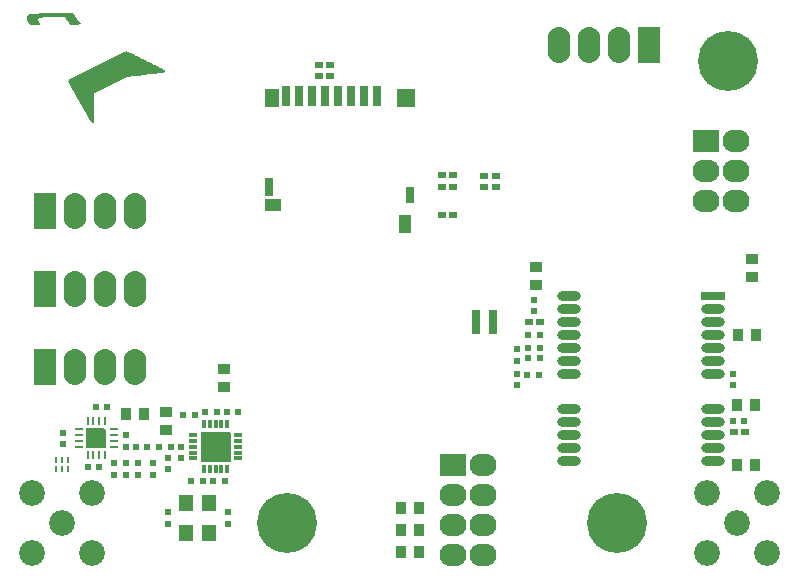
<source format=gbs>
G04 ================== begin FILE IDENTIFICATION RECORD ==================*
G04 Layout Name:  C:/Users/adamf/Desktop/TDP4/PCB_fix_silkscreen/datalogger.brd*
G04 Film Name:    BOT_SOLDERMASK*
G04 File Format:  Gerber RS274X*
G04 File Origin:  Cadence Allegro -unreleased*
G04 Origin Date:  Tue Mar 23 19:20:18 2021*
G04 *
G04 Layer:  VIA CLASS/SOLDERMASK_BOTTOM*
G04 Layer:  PIN/SOLDERMASK_BOTTOM*
G04 Layer:  PACKAGE GEOMETRY/SOLDERMASK_BOTTOM*
G04 Layer:  DRC ERROR CLASS/SOLDERMASK_BOTTOM*
G04 Layer:  BOARD GEOMETRY/SOLDERMASK_BOTTOM*
G04 *
G04 Offset:    (0.00 0.00)*
G04 Mirror:    No*
G04 Mode:      Positive*
G04 Rotation:  0*
G04 FullContactRelief:  No*
G04 UndefLineWidth:     6.00*
G04 ================== end FILE IDENTIFICATION RECORD ====================*
%FSLAX25Y25*MOIN*%
%IR0*IPPOS*OFA0.00000B0.00000*MIA0B0*SFA1.00000B1.00000*%
%ADD14O,.075X.12*%
%ADD15R,.075X.12*%
%AMMACRO23*
4,1,44,.01141,.00531,
.01141,-.00531,
.011338,-.006199,
.011108,-.007061,
.010732,-.007871,
.01022,-.008602,
.00959,-.009234,
.008859,-.009747,
.008051,-.010125,
.007189,-.010356,
.0063,-.010435,
.00629,-.01043,
-.00629,-.01043,
-.007179,-.010358,
-.008041,-.010128,
-.008851,-.009752,
-.009582,-.00924,
-.010214,-.00861,
-.010727,-.007879,
-.011105,-.007071,
-.011336,-.006209,
-.011415,-.00532,
-.01141,-.00531,
-.01141,.00531,
-.011338,.006199,
-.011108,.007061,
-.010732,.007871,
-.01022,.008602,
-.00959,.009234,
-.008859,.009747,
-.008051,.010125,
-.007189,.010356,
-.0063,.010435,
-.00629,.01043,
.00629,.01043,
.007179,.010358,
.008041,.010128,
.008851,.009752,
.009582,.00924,
.010214,.00861,
.010727,.007879,
.011105,.007071,
.011336,.006209,
.011415,.00532,
.01141,.00531,
0.0*
%
%ADD23MACRO23*%
%AMMACRO16*
4,1,44,.00531,-.01141,
-.00531,-.01141,
-.006199,-.011338,
-.007061,-.011108,
-.007871,-.010732,
-.008602,-.01022,
-.009234,-.00959,
-.009747,-.008859,
-.010125,-.008051,
-.010356,-.007189,
-.010435,-.0063,
-.01043,-.00629,
-.01043,.00629,
-.010358,.007179,
-.010128,.008041,
-.009752,.008851,
-.00924,.009582,
-.00861,.010214,
-.007879,.010727,
-.007071,.011105,
-.006209,.011336,
-.00532,.011415,
-.00531,.01141,
.00531,.01141,
.006199,.011338,
.007061,.011108,
.007871,.010732,
.008602,.01022,
.009234,.00959,
.009747,.008859,
.010125,.008051,
.010356,.007189,
.010435,.0063,
.01043,.00629,
.01043,-.00629,
.010358,-.007179,
.010128,-.008041,
.009752,-.008851,
.00924,-.009582,
.00861,-.010214,
.007879,-.010727,
.007071,-.011105,
.006209,-.011336,
.00532,-.011415,
.00531,-.01141,
0.0*
%
%ADD16MACRO16*%
%AMMACRO31*
4,1,44,.01121,-.00512,
-.01121,-.00512,
-.011689,-.005079,
-.012154,-.004955,
-.012591,-.004753,
-.012985,-.004477,
-.013326,-.004138,
-.013603,-.003744,
-.013807,-.003309,
-.013932,-.002844,
-.013975,-.002365,
-.01397,-.00236,
-.01397,.00236,
-.013933,.002839,
-.013809,.003304,
-.013605,.00374,
-.013329,.004134,
-.012989,.004474,
-.012595,.00475,
-.012159,.004954,
-.011694,.005078,
-.011215,.00512,
-.01121,.00512,
.01121,.00512,
.011689,.005079,
.012154,.004955,
.012591,.004753,
.012985,.004477,
.013326,.004138,
.013603,.003744,
.013807,.003309,
.013932,.002844,
.013975,.002365,
.01397,.00236,
.01397,-.00236,
.013933,-.002839,
.013809,-.003304,
.013605,-.00374,
.013329,-.004134,
.012989,-.004474,
.012595,-.00475,
.012159,-.004954,
.011694,-.005078,
.011215,-.00512,
.01121,-.00512,
0.0*
%
%ADD31MACRO31*%
%AMMACRO29*
4,1,44,.00512,.01121,
.00512,-.01121,
.005079,-.011689,
.004955,-.012154,
.004753,-.012591,
.004477,-.012985,
.004138,-.013326,
.003744,-.013603,
.003309,-.013807,
.002844,-.013932,
.002365,-.013975,
.00236,-.01397,
-.00236,-.01397,
-.002839,-.013933,
-.003304,-.013809,
-.00374,-.013605,
-.004134,-.013329,
-.004474,-.012989,
-.00475,-.012595,
-.004954,-.012159,
-.005078,-.011694,
-.00512,-.011215,
-.00512,-.01121,
-.00512,.01121,
-.005079,.011689,
-.004955,.012154,
-.004753,.012591,
-.004477,.012985,
-.004138,.013326,
-.003744,.013603,
-.003309,.013807,
-.002844,.013932,
-.002365,.013975,
-.00236,.01397,
.00236,.01397,
.002839,.013933,
.003304,.013809,
.00374,.013605,
.004134,.013329,
.004474,.012989,
.00475,.012595,
.004954,.012159,
.005078,.011694,
.00512,.011215,
.00512,.01121,
0.0*
%
%ADD29MACRO29*%
%ADD10C,.08583*%
%ADD11R,.00984X.02165*%
%AMMACRO36*
4,1,44,.00787,-.01141,
-.00787,-.01141,
-.008896,-.011325,
-.009891,-.011059,
-.010825,-.010623,
-.011669,-.010032,
-.012397,-.009304,
-.012988,-.00846,
-.013424,-.007526,
-.01369,-.006531,
-.01378,-.005505,
-.01378,-.0055,
-.01378,.0055,
-.013691,.006526,
-.013425,.007522,
-.012991,.008456,
-.012401,.0093,
-.011673,.010029,
-.010829,.010621,
-.009896,.011057,
-.008901,.011324,
-.007875,.011415,
-.00787,.01141,
.00787,.01141,
.008896,.011325,
.009891,.011059,
.010825,.010623,
.011669,.010032,
.012397,.009304,
.012988,.00846,
.013424,.007526,
.01369,.006531,
.01378,.005505,
.01378,.0055,
.01378,-.0055,
.013691,-.006526,
.013425,-.007522,
.012991,-.008456,
.012401,-.0093,
.011673,-.010029,
.010829,-.010621,
.009896,-.011057,
.008901,-.011324,
.007875,-.011415,
.00787,-.01141,
0.0*
%
%ADD36MACRO36*%
%AMMACRO18*
4,1,40,-.00492,-.01102,
-.00492,.01102,
-.004878,.011499,
-.004754,.011964,
-.00455,.0124,
-.004274,.012794,
-.003934,.013134,
-.00354,.01341,
-.003104,.013614,
-.002639,.013738,
-.00216,.01378,
.00216,.01378,
.002639,.013738,
.003104,.013614,
.00354,.01341,
.003934,.013134,
.004274,.012794,
.00455,.0124,
.004754,.011964,
.004878,.011499,
.00492,.01102,
.00492,-.01102,
.004878,-.011499,
.004754,-.011964,
.00455,-.0124,
.004274,-.012794,
.003934,-.013134,
.00354,-.01341,
.003104,-.013614,
.002639,-.013738,
.00216,-.01378,
-.00216,-.01378,
-.002639,-.013738,
-.003104,-.013614,
-.00354,-.01341,
-.003934,-.013134,
-.004274,-.012794,
-.00455,-.0124,
-.004754,-.011964,
-.004878,-.011499,
-.00492,-.01102,
0.0*
%
%ADD18MACRO18*%
%AMMACRO13*
4,1,40,-.01102,.00492,
.01102,.00492,
.011499,.004878,
.011964,.004754,
.0124,.00455,
.012794,.004274,
.013134,.003934,
.01341,.00354,
.013614,.003104,
.013738,.002639,
.01378,.00216,
.01378,-.00216,
.013738,-.002639,
.013614,-.003104,
.01341,-.00354,
.013134,-.003934,
.012794,-.004274,
.0124,-.00455,
.011964,-.004754,
.011499,-.004878,
.01102,-.00492,
-.01102,-.00492,
-.011499,-.004878,
-.011964,-.004754,
-.0124,-.00455,
-.012794,-.004274,
-.013134,-.003934,
-.01341,-.00354,
-.013614,-.003104,
-.013738,-.002639,
-.01378,-.00216,
-.01378,.00216,
-.013738,.002639,
-.013614,.003104,
-.01341,.00354,
-.013134,.003934,
-.012794,.004274,
-.0124,.00455,
-.011964,.004754,
-.011499,.004878,
-.01102,.00492,
0.0*
%
%ADD13MACRO13*%
%AMMACRO26*
4,1,32,-.04331,-.05118,
.04331,-.05118,
.044678,-.051059,
.046003,-.050703,
.047247,-.050122,
.048371,-.049334,
.049341,-.048362,
.050128,-.047237,
.050707,-.045992,
.051061,-.044666,
.05118,-.04331,
.05118,.04331,
.04331,.05118,
-.04331,.05118,
-.044678,.051059,
-.046003,.050703,
-.047247,.050122,
-.048371,.049334,
-.049341,.048362,
-.050128,.047237,
-.050707,.045992,
-.051061,.044666,
-.05118,.04331,
-.05118,-.04331,
-.051059,-.044678,
-.050703,-.046003,
-.050122,-.047247,
-.049334,-.048371,
-.048362,-.049341,
-.047237,-.050128,
-.045992,-.050707,
-.044666,-.051061,
-.04331,-.05118,
0.0*
%
%ADD26MACRO26*%
%ADD30C,.2*%
%ADD19R,.037X.043*%
%ADD24R,.043X.037*%
%ADD40O,.09X.075*%
%ADD41R,.09X.075*%
%ADD38R,.0315X.05512*%
%AMMACRO20*
4,1,5,-.03347,.03347,
.0256,.03347,
.03347,.0256,
.03347,-.03347,
-.03347,-.03347,
-.03347,.03347,
0.0*
%
%ADD20MACRO20*%
%ADD33R,.0315X.05906*%
%ADD25R,.04724X.05512*%
%AMMACRO12*
4,1,44,-.01141,-.00531,
-.01141,.00531,
-.011338,.006199,
-.011108,.007061,
-.010732,.007871,
-.01022,.008602,
-.00959,.009234,
-.008859,.009747,
-.008051,.010125,
-.007189,.010356,
-.0063,.010435,
-.00629,.01043,
.00629,.01043,
.007179,.010358,
.008041,.010128,
.008851,.009752,
.009582,.00924,
.010214,.00861,
.010727,.007879,
.011105,.007071,
.011336,.006209,
.011415,.00532,
.01141,.00531,
.01141,-.00531,
.011338,-.006199,
.011108,-.007061,
.010732,-.007871,
.01022,-.008602,
.00959,-.009234,
.008859,-.009747,
.008051,-.010125,
.007189,-.010356,
.0063,-.010435,
.00629,-.01043,
-.00629,-.01043,
-.007179,-.010358,
-.008041,-.010128,
-.008851,-.009752,
-.009582,-.00924,
-.010214,-.00861,
-.010727,-.007879,
-.011105,-.007071,
-.011336,-.006209,
-.011415,-.00532,
-.01141,-.00531,
0.0*
%
%ADD12MACRO12*%
%ADD44O,.07874X.0315*%
%ADD37R,.03937X.06102*%
%AMMACRO17*
4,1,44,-.00531,.01141,
.00531,.01141,
.006199,.011338,
.007061,.011108,
.007871,.010732,
.008602,.01022,
.009234,.00959,
.009747,.008859,
.010125,.008051,
.010356,.007189,
.010435,.0063,
.01043,.00629,
.01043,-.00629,
.010358,-.007179,
.010128,-.008041,
.009752,-.008851,
.00924,-.009582,
.00861,-.010214,
.007879,-.010727,
.007071,-.011105,
.006209,-.011336,
.00532,-.011415,
.00531,-.01141,
-.00531,-.01141,
-.006199,-.011338,
-.007061,-.011108,
-.007871,-.010732,
-.008602,-.01022,
-.009234,-.00959,
-.009747,-.008859,
-.010125,-.008051,
-.010356,-.007189,
-.010435,-.0063,
-.01043,-.00629,
-.01043,.00629,
-.010358,.007179,
-.010128,.008041,
-.009752,.008851,
-.00924,.009582,
-.00861,.010214,
-.007879,.010727,
-.007071,.011105,
-.006209,.011336,
-.00532,.011415,
-.00531,.01141,
0.0*
%
%ADD17MACRO17*%
%ADD35R,.0315X.0689*%
%ADD45R,.07874X.0315*%
%ADD34R,.05118X.05906*%
%AMMACRO28*
4,1,44,-.00512,-.01121,
-.00512,.01121,
-.005079,.011689,
-.004955,.012154,
-.004753,.012591,
-.004477,.012985,
-.004138,.013326,
-.003744,.013603,
-.003309,.013807,
-.002844,.013932,
-.002365,.013975,
-.00236,.01397,
.00236,.01397,
.002839,.013933,
.003304,.013809,
.00374,.013605,
.004134,.013329,
.004474,.012989,
.00475,.012595,
.004954,.012159,
.005078,.011694,
.00512,.011215,
.00512,.01121,
.00512,-.01121,
.005079,-.011689,
.004955,-.012154,
.004753,-.012591,
.004477,-.012985,
.004138,-.013326,
.003744,-.013603,
.003309,-.013807,
.002844,-.013932,
.002365,-.013975,
.00236,-.01397,
-.00236,-.01397,
-.002839,-.013933,
-.003304,-.013809,
-.00374,-.013605,
-.004134,-.013329,
-.004474,-.012989,
-.00475,-.012595,
-.004954,-.012159,
-.005078,-.011694,
-.00512,-.011215,
-.00512,-.01121,
0.0*
%
%ADD28MACRO28*%
%AMMACRO27*
4,1,44,-.01121,.00512,
.01121,.00512,
.011689,.005079,
.012154,.004955,
.012591,.004753,
.012985,.004477,
.013326,.004138,
.013603,.003744,
.013807,.003309,
.013932,.002844,
.013975,.002365,
.01397,.00236,
.01397,-.00236,
.013933,-.002839,
.013809,-.003304,
.013605,-.00374,
.013329,-.004134,
.012989,-.004474,
.012595,-.00475,
.012159,-.004954,
.011694,-.005078,
.011215,-.00512,
.01121,-.00512,
-.01121,-.00512,
-.011689,-.005079,
-.012154,-.004955,
-.012591,-.004753,
-.012985,-.004477,
-.013326,-.004138,
-.013603,-.003744,
-.013807,-.003309,
-.013932,-.002844,
-.013975,-.002365,
-.01397,-.00236,
-.01397,.00236,
-.013933,.002839,
-.013809,.003304,
-.013605,.00374,
-.013329,.004134,
-.012989,.004474,
-.012595,.00475,
-.012159,.004954,
-.011694,.005078,
-.011215,.00512,
-.01121,.00512,
0.0*
%
%ADD27MACRO27*%
%ADD39R,.05906X.05906*%
%AMMACRO43*
4,1,44,-.00787,.01141,
.00787,.01141,
.008896,.011325,
.009891,.011059,
.010825,.010623,
.011669,.010032,
.012397,.009304,
.012988,.00846,
.013424,.007526,
.01369,.006531,
.01378,.005505,
.01378,.0055,
.01378,-.0055,
.013691,-.006526,
.013425,-.007522,
.012991,-.008456,
.012401,-.0093,
.011673,-.010029,
.010829,-.010621,
.009896,-.011057,
.008901,-.011324,
.007875,-.011415,
.00787,-.01141,
-.00787,-.01141,
-.008896,-.011325,
-.009891,-.011059,
-.010825,-.010623,
-.011669,-.010032,
-.012397,-.009304,
-.012988,-.00846,
-.013424,-.007526,
-.01369,-.006531,
-.01378,-.005505,
-.01378,-.0055,
-.01378,.0055,
-.013691,.006526,
-.013425,.007522,
-.012991,.008456,
-.012401,.0093,
-.011673,.010029,
-.010829,.010621,
-.009896,.011057,
-.008901,.011324,
-.007875,.011415,
-.00787,.01141,
0.0*
%
%ADD43MACRO43*%
%ADD32R,.05709X.03937*%
%ADD42R,.02756X.07874*%
%AMMACRO22*
4,1,40,.01102,-.00492,
-.01102,-.00492,
-.011499,-.004878,
-.011964,-.004754,
-.0124,-.00455,
-.012794,-.004274,
-.013134,-.003934,
-.01341,-.00354,
-.013614,-.003104,
-.013738,-.002639,
-.01378,-.00216,
-.01378,.00216,
-.013738,.002639,
-.013614,.003104,
-.01341,.00354,
-.013134,.003934,
-.012794,.004274,
-.0124,.00455,
-.011964,.004754,
-.011499,.004878,
-.01102,.00492,
.01102,.00492,
.011499,.004878,
.011964,.004754,
.0124,.00455,
.012794,.004274,
.013134,.003934,
.01341,.00354,
.013614,.003104,
.013738,.002639,
.01378,.00216,
.01378,-.00216,
.013738,-.002639,
.013614,-.003104,
.01341,-.00354,
.013134,-.003934,
.012794,-.004274,
.0124,-.00455,
.011964,-.004754,
.011499,-.004878,
.01102,-.00492,
0.0*
%
%ADD22MACRO22*%
%AMMACRO21*
4,1,40,.00492,.01102,
.00492,-.01102,
.004878,-.011499,
.004754,-.011964,
.00455,-.0124,
.004274,-.012794,
.003934,-.013134,
.00354,-.01341,
.003104,-.013614,
.002639,-.013738,
.00216,-.01378,
-.00216,-.01378,
-.002639,-.013738,
-.003104,-.013614,
-.00354,-.01341,
-.003934,-.013134,
-.004274,-.012794,
-.00455,-.0124,
-.004754,-.011964,
-.004878,-.011499,
-.00492,-.01102,
-.00492,.01102,
-.004878,.011499,
-.004754,.011964,
-.00455,.0124,
-.004274,.012794,
-.003934,.013134,
-.00354,.01341,
-.003104,.013614,
-.002639,.013738,
-.00216,.01378,
.00216,.01378,
.002639,.013738,
.003104,.013614,
.00354,.01341,
.003934,.013134,
.004274,.012794,
.00455,.0124,
.004754,.011964,
.004878,.011499,
.00492,.01102,
0.0*
%
%ADD21MACRO21*%
%ADD46C,.006*%
G75*
%LPD*%
G75*
G36*
G01X-120500Y63300D02*
Y63100D01*
X-120300Y62900D01*
X-119800Y61900D01*
X-113100Y50200D01*
X-112800Y49800D01*
X-112700Y51900D01*
Y59000D01*
X-112598Y59601D01*
X-101400Y65200D01*
X-100600D01*
X-88900Y66600D01*
X-89100Y66900D01*
X-101200Y72900D01*
X-101500Y73000D01*
X-101800Y72900D01*
X-119700Y64000D01*
X-120300Y63700D01*
X-120400Y63600D01*
X-120500Y63300D01*
G37*
G36*
G01X-133353Y85871D02*
G02X-132085Y85940I2679J-37547D01*
G02X-130067Y85991I2931J-76038D01*
G02X-126338Y86025I8847J-765773D01*
G01X-119319Y86073D01*
X-117985Y84210D01*
X-116651Y82348D01*
X-118387Y82300D01*
X-120124Y82253D01*
X-120597Y82795D01*
G02X-120814Y83053I7191J6268D01*
G02X-121078Y83384I18262J14836D01*
G02X-121344Y83731I19282J15057D01*
G02X-121570Y84039I11435J8628D01*
G01X-122071Y84740D01*
X-125833D01*
G03X-128262Y84717I23J-130685D01*
G03X-129594Y84628I247J-13706D01*
G03X-130423Y84453I535J-4584D01*
G03X-130957Y84143I408J-1318D01*
G03X-131057Y83991I266J-284D01*
G03X-131062Y83827I247J-90D01*
G03X-130957Y83598I853J252D01*
G03X-130668Y83170I10499J6778D01*
G02X-130466Y82877I-15994J-11243D01*
G02X-130295Y82618I-9366J-6370D01*
G02X-130155Y82395I-17602J-11206D01*
G02X-130140Y82343I-84J-52D01*
G02X-130170Y82311I-32J0D01*
G02X-130668Y82288I-3409J68413D01*
G02X-131248Y82271I-920J21485D01*
G02X-131938Y82265I-715J42597D01*
G01X-133736D01*
X-134248Y83063D01*
G02X-134444Y83396I4332J2774D01*
G02X-134610Y83734I4108J2227D01*
G02X-134728Y84035I3669J1612D01*
G02X-134760Y84226I550J190D01*
G02X-134690Y84657I1365J-1D01*
G02X-134484Y85097I1982J-660D01*
G02X-134181Y85479I1789J-1108D01*
G02X-133824Y85739I1006J-1006D01*
G02X-133353Y85871I560J-1093D01*
G37*
G54D10*
X-133000Y-93900D03*
Y-73900D03*
X-123000Y-83900D03*
X-113000Y-93900D03*
Y-73900D03*
X92000Y-93900D03*
Y-73900D03*
X112000Y-93900D03*
Y-73900D03*
X102000Y-83900D03*
G54D20*
X-111500Y-55500D03*
G54D11*
X-124969Y-65900D03*
X-123000D03*
X-121031D03*
Y-62750D03*
X-123000D03*
X-124969D03*
G54D21*
X-108547Y-49791D03*
X-110516D03*
X-112484D03*
X-114453D03*
G54D12*
X-122500Y-57609D03*
Y-53791D03*
X-101800Y-58409D03*
Y-54591D03*
X-87800Y-84109D03*
Y-80291D03*
X-87700Y-66009D03*
Y-62191D03*
X-83300Y-62209D03*
Y-58391D03*
X28700Y-37909D03*
Y-34091D03*
X100700Y-37915D03*
Y-34097D03*
G54D30*
X-48000Y-83900D03*
X62000D03*
X99000Y70000D03*
G54D22*
X-105791Y-58453D03*
Y-56484D03*
Y-54516D03*
Y-52547D03*
G54D40*
X17400Y-94500D03*
X7400D03*
X17400Y-84500D03*
X7400D03*
X17400Y-74500D03*
X7400D03*
X17400Y-64500D03*
X101600Y23500D03*
X91600D03*
X101600Y33500D03*
X91600D03*
X101600Y43500D03*
G54D13*
X-117209Y-52547D03*
Y-54516D03*
Y-56484D03*
Y-58453D03*
G54D31*
X-64320Y-62337D03*
Y-60369D03*
Y-58400D03*
Y-56431D03*
Y-54463D03*
G54D32*
X-52746Y22081D03*
G54D41*
X7400Y-64500D03*
X91600Y43500D03*
G54D23*
X-97600Y-63891D03*
Y-67709D03*
X-92700Y-63891D03*
Y-67709D03*
X-67800Y-80291D03*
Y-84109D03*
X28700Y-25991D03*
Y-29809D03*
X34400Y-9391D03*
Y-13209D03*
G54D14*
X-118600Y-31800D03*
Y-5800D03*
Y20200D03*
X-98600Y-31800D03*
X-108600D03*
X-98600Y-5800D03*
X-108600D03*
X-98600Y20200D03*
X-108600D03*
X42700Y75457D03*
X52700D03*
X62700D03*
G54D42*
X14947Y-16711D03*
X20853D03*
G54D33*
X-54025Y27987D03*
G54D24*
X-88300Y-52800D03*
Y-46800D03*
X-69100Y-38600D03*
Y-32600D03*
X34900Y-4400D03*
Y1600D03*
X106900Y4100D03*
Y-1900D03*
G54D15*
X-128600Y-31800D03*
Y-5800D03*
Y20200D03*
X72700Y75457D03*
G54D43*
X3750Y18900D03*
X7450D03*
X3650Y32000D03*
X7350D03*
X3650Y28200D03*
X7350D03*
X17850Y31900D03*
X21550D03*
X17850Y28200D03*
X21550D03*
G54D34*
X-53041Y57908D03*
G54D25*
X-73863Y-87121D03*
Y-77279D03*
X-81737D03*
Y-87121D03*
G54D16*
X-101691Y-64000D03*
X-105509D03*
X-110491Y-65300D03*
X-114309D03*
X-94491Y-58400D03*
X-98309D03*
X-75991Y-69900D03*
X-79809D03*
X-68791D03*
X-72609D03*
X-68009Y-46900D03*
X-71391D03*
X-75209D03*
X-64191D03*
G54D35*
X-48317Y58400D03*
X-43986D03*
X-39655D03*
X-35324D03*
X-30994D03*
X-26663D03*
X-22332D03*
X-18002D03*
G54D17*
X-105509Y-68000D03*
X-101691D03*
X-111709Y-45300D03*
X-107891D03*
X-90609Y-58400D03*
X-86791D03*
X-82609Y-47900D03*
X-78791D03*
X32491Y-28900D03*
X36309D03*
X32191Y-34600D03*
X36009D03*
X32491Y-25400D03*
X36309D03*
X32491Y-21100D03*
X36309D03*
X100591Y-49800D03*
X104409D03*
G54D44*
X45968Y-58900D03*
Y-63231D03*
Y-45908D03*
Y-50239D03*
Y-54570D03*
Y-25436D03*
Y-29766D03*
Y-34097D03*
Y-12444D03*
Y-16774D03*
Y-21105D03*
Y-8113D03*
X94000Y-63231D03*
Y-58900D03*
Y-54570D03*
Y-50239D03*
Y-45908D03*
Y-34097D03*
Y-29766D03*
Y-25436D03*
Y-21105D03*
Y-16774D03*
Y-12444D03*
G54D26*
X-71800Y-58400D03*
G54D27*
X-79280Y-60369D03*
Y-62337D03*
Y-54463D03*
Y-56431D03*
Y-58400D03*
G54D45*
X94000Y-8113D03*
G54D18*
X-114453Y-61209D03*
X-112484D03*
X-110516D03*
X-108547D03*
G54D36*
X-37250Y65300D03*
Y68900D03*
X-33550Y65300D03*
Y68900D03*
X36250Y-16800D03*
X32550D03*
X104650Y-53500D03*
X100950D03*
G54D46*
G01X-118507Y59677D02*
G03X-118529Y59741I-245J-48D01*
G01D02*
G03X-118562Y59785I-140J-71D01*
G01D02*
G03X-118600Y59800I-38J-40D01*
G01D02*
G02X-118638Y59815I0J55D01*
G01D02*
G02X-118671Y59859I107J115D01*
G01D02*
G02X-118693Y59923I223J112D01*
G01D02*
G02X-118700Y60000I396J75D01*
G01D02*
G03X-118707Y60077I-403J2D01*
G01D02*
G03X-118729Y60141I-245J-48D01*
G01D02*
G03X-118762Y60185I-140J-71D01*
G01D02*
G03X-118800Y60200I-38J-40D01*
G01D02*
G02X-118838Y60214I1J60D01*
G01D02*
G02X-118871Y60252I84J106D01*
G01D02*
G02X-118893Y60310I184J103D01*
G01D02*
G02X-118900Y60378I309J66D01*
G01D02*
G03X-118914Y60457I-222J1D01*
G01D02*
G03X-118959Y60546I-486J-190D01*
G01D02*
G03X-119023Y60632I-504J-308D01*
G01D02*
G03X-119100Y60700I-363J-334D01*
G01D02*
G02X-119177Y60768I286J402D01*
G01D02*
G02X-119241Y60854I440J394D01*
G01D02*
G02X-119286Y60943I441J279D01*
G01D02*
G02X-119300Y61022I208J78D01*
G01D02*
G03X-119307Y61090I-316J2D01*
G01D02*
G03X-119329Y61148I-206J-45D01*
G01D02*
G03X-119362Y61186I-117J-68D01*
G01D02*
G03X-119400Y61200I-39J-46D01*
G01D02*
G02X-119438Y61214I1J60D01*
G01D02*
G02X-119471Y61252I84J106D01*
G01D02*
G02X-119493Y61310I184J103D01*
G01D02*
G02X-119500Y61378I309J66D01*
G01D02*
G03X-119514Y61457I-222J1D01*
G01D02*
G03X-119559Y61546I-486J-190D01*
G01D02*
G03X-119623Y61632I-504J-308D01*
G01D02*
G03X-119700Y61700I-363J-334D01*
G01D02*
G02X-119777Y61768I286J402D01*
G01D02*
G02X-119841Y61854I440J394D01*
G01D02*
G02X-119886Y61943I441J279D01*
G01D02*
G02X-119900Y62022I208J78D01*
G01D02*
G03X-119907Y62090I-316J2D01*
G01D02*
G03X-119929Y62148I-206J-45D01*
G01D02*
G03X-119962Y62186I-117J-68D01*
G01D02*
G03X-120000Y62200I-39J-46D01*
G01D02*
G02X-120038Y62215I0J55D01*
G01D02*
G02X-120071Y62259I107J115D01*
G01D02*
G02X-120093Y62323I223J112D01*
G01D02*
G02X-120100Y62400I396J75D01*
G01D02*
G03X-120107Y62477I-403J2D01*
G01D02*
G03X-120129Y62541I-245J-48D01*
G01D02*
G03X-120162Y62585I-140J-71D01*
G01D02*
G03X-120200Y62600I-38J-40D01*
G01D02*
G02X-120238Y62615I0J55D01*
G01D02*
G02X-120271Y62659I107J115D01*
G01D02*
G02X-120293Y62723I223J112D01*
G01D02*
G02X-120300Y62800I396J75D01*
G01D02*
G03X-120307Y62877I-403J2D01*
G01D02*
G03X-120329Y62941I-245J-48D01*
G01D02*
G03X-120362Y62985I-140J-71D01*
G01D02*
G03X-120400Y63000I-38J-40D01*
G01D02*
G02X-120482Y63066I0J84D01*
G01D02*
G02X-120496Y63268I718J151D01*
G01D02*
G02X-120453Y63499I979J-63D01*
G01D02*
G02X-120357Y63657I371J-117D01*
G01D02*
G02X-120291Y63712I320J-317D01*
G01D02*
G02X-120210Y63758I346J-515D01*
G01D02*
G02X-120128Y63790I247J-512D01*
G01D02*
G02X-120057Y63800I70J-238D01*
G01D02*
G03X-119997Y63807I2J245D01*
G01D02*
G03X-119946Y63829I-43J169D01*
G01D02*
G03X-119912Y63862I-67J103D01*
G01D02*
G03X-119900Y63900I-54J38D01*
G01D02*
G02X-119885Y63938I55J0D01*
G01D02*
G02X-119841Y63971I115J-107D01*
G01D02*
G02X-119777Y63993I112J-223D01*
G01D02*
G02X-119700Y64000I75J-396D01*
G01D02*
G03X-119623Y64007I2J403D01*
G01D02*
G03X-119559Y64029I-48J245D01*
G01D02*
G03X-119515Y64062I-71J140D01*
G01D02*
G03X-119500Y64100I-40J38D01*
G01D02*
G02X-119485Y64138I55J0D01*
G01D02*
G02X-119441Y64171I115J-107D01*
G01D02*
G02X-119377Y64193I112J-223D01*
G01D02*
G02X-119300Y64200I75J-396D01*
G01D02*
G03X-119223Y64207I2J403D01*
G01D02*
G03X-119159Y64229I-48J245D01*
G01D02*
G03X-119115Y64262I-71J140D01*
G01D02*
G03X-119100Y64300I-40J38D01*
G01D02*
G02X-119085Y64338I55J0D01*
G01D02*
G02X-119041Y64371I115J-107D01*
G01D02*
G02X-118977Y64393I112J-223D01*
G01D02*
G02X-118900Y64400I75J-396D01*
G01D02*
G03X-118823Y64407I2J403D01*
G01D02*
G03X-118759Y64429I-48J245D01*
G01D02*
G03X-118715Y64462I-71J140D01*
G01D02*
G03X-118700Y64500I-40J38D01*
G01D02*
G02X-118685Y64538I55J0D01*
G01D02*
G02X-118641Y64571I115J-107D01*
G01D02*
G02X-118577Y64593I112J-223D01*
G01D02*
G02X-118500Y64600I75J-396D01*
G01D02*
G03X-118423Y64607I2J403D01*
G01D02*
G03X-118359Y64629I-48J245D01*
G01X-118362Y59385D02*
G03X-118400Y59400I-38J-40D01*
G01D02*
G02X-118438Y59415I0J55D01*
G01D02*
G02X-118471Y59459I107J115D01*
G01D02*
G02X-118493Y59523I223J112D01*
G01D02*
G02X-118500Y59600I396J75D01*
G01D02*
G03X-118507Y59677I-403J2D01*
G01X-112757Y49800D02*
G02X-112850Y49835I0J140D01*
G01D02*
G02X-112970Y49960I712J804D01*
G01D02*
G02X-113070Y50106I824J672D01*
G01D02*
G02X-113100Y50221I202J114D01*
G01D02*
G03X-113114Y50283I-144J0D01*
G01D02*
G03X-113159Y50359I-452J-216D01*
G01D02*
G03X-113223Y50435I-496J-353D01*
G01D02*
G03X-113300Y50500I-440J-444D01*
G01D02*
G02X-113377Y50568I286J402D01*
G01D02*
G02X-113441Y50654I440J394D01*
G01D02*
G02X-113486Y50743I441J279D01*
G01D02*
G02X-113500Y50822I208J78D01*
G01D02*
G03X-113507Y50890I-316J2D01*
G01D02*
G03X-113529Y50948I-206J-45D01*
G01X-112734Y49823D02*
G02X-112757Y49800I-23J0D01*
G01X-113529Y50948D02*
G03X-113562Y50986I-117J-68D01*
G01D02*
G03X-113600Y51000I-39J-46D01*
G01D02*
G02X-113638Y51015I0J55D01*
G01D02*
G02X-113671Y51059I107J115D01*
G01D02*
G02X-113693Y51123I223J112D01*
G01D02*
G02X-113700Y51200I396J75D01*
G01D02*
G03X-113707Y51277I-403J2D01*
G01D02*
G03X-113729Y51341I-245J-48D01*
G01D02*
G03X-113762Y51385I-140J-71D01*
G01D02*
G03X-113800Y51400I-38J-40D01*
G01D02*
G02X-113838Y51414I1J60D01*
G01D02*
G02X-113871Y51452I84J106D01*
G01D02*
G02X-113893Y51510I184J103D01*
G01D02*
G02X-113900Y51578I309J66D01*
G01D02*
G03X-113914Y51657I-222J1D01*
G01D02*
G03X-113959Y51746I-486J-190D01*
G01D02*
G03X-114023Y51832I-504J-308D01*
G01D02*
G03X-114100Y51900I-363J-334D01*
G01D02*
G02X-114177Y51968I286J402D01*
G01D02*
G02X-114241Y52054I440J394D01*
G01X-112717Y51239D02*
X-112734Y49823D01*
G01X-114241Y52054D02*
G02X-114286Y52143I441J279D01*
G01D02*
G02X-114300Y52222I208J78D01*
G01D02*
G03X-114307Y52290I-316J2D01*
G01D02*
G03X-114329Y52348I-206J-45D01*
G01D02*
G03X-114362Y52386I-117J-68D01*
G01D02*
G03X-114400Y52400I-39J-46D01*
G01D02*
G02X-114438Y52415I0J55D01*
G01D02*
G02X-114471Y52459I107J115D01*
G01D02*
G02X-114493Y52523I223J112D01*
G01D02*
G02X-114500Y52600I396J75D01*
G01D02*
G03X-114507Y52677I-403J2D01*
G01D02*
G03X-114529Y52741I-245J-48D01*
G01D02*
G03X-114562Y52785I-140J-71D01*
G01D02*
G03X-114600Y52800I-38J-40D01*
G01D02*
G02X-114638Y52814I1J60D01*
G01D02*
G02X-114671Y52852I84J106D01*
G01D02*
G02X-114693Y52910I184J103D01*
G01D02*
G02X-114700Y52978I309J66D01*
G01D02*
G03X-114714Y53057I-222J1D01*
G01D02*
G03X-114759Y53146I-486J-190D01*
G01D02*
G03X-114823Y53232I-504J-308D01*
G01D02*
G03X-114900Y53300I-363J-334D01*
G01D02*
G02X-114977Y53368I286J402D01*
G01D02*
G02X-115041Y53454I440J394D01*
G01D02*
G02X-115086Y53543I441J279D01*
G01D02*
G02X-115100Y53622I208J78D01*
G01D02*
G03X-115107Y53690I-316J2D01*
G01X-112704Y52821D02*
G02X-112717Y51239I-216852J991D01*
G01X-115107Y53690D02*
G03X-115129Y53748I-206J-45D01*
G01D02*
G03X-115162Y53786I-117J-68D01*
G01D02*
G03X-115200Y53800I-39J-46D01*
G01D02*
G02X-115238Y53814I1J60D01*
G01D02*
G02X-115271Y53852I84J106D01*
G01D02*
G02X-115293Y53910I184J103D01*
G01D02*
G02X-115300Y53978I309J66D01*
G01D02*
G03X-115314Y54057I-222J1D01*
G01D02*
G03X-115359Y54146I-486J-190D01*
G01D02*
G03X-115423Y54232I-504J-308D01*
G01D02*
G03X-115500Y54300I-363J-334D01*
G01D02*
G02X-115577Y54368I286J402D01*
G01D02*
G02X-115641Y54454I440J394D01*
G01D02*
G02X-115686Y54543I441J279D01*
G01D02*
G02X-115700Y54622I208J78D01*
G01D02*
G03X-115707Y54690I-316J2D01*
G01D02*
G03X-115729Y54748I-206J-45D01*
G01D02*
G03X-115762Y54786I-117J-68D01*
G01D02*
G03X-115800Y54800I-39J-46D01*
G01D02*
G02X-115838Y54815I0J55D01*
G01D02*
G02X-115871Y54859I107J115D01*
G01D02*
G02X-115893Y54923I223J112D01*
G01D02*
G02X-115900Y55000I396J75D01*
G01D02*
G03X-115907Y55077I-403J2D01*
G01D02*
G03X-115929Y55141I-245J-48D01*
G01D02*
G03X-115962Y55185I-140J-71D01*
G01D02*
G03X-116000Y55200I-38J-40D01*
G01D02*
G02X-116038Y55215I0J55D01*
G01D02*
G02X-116071Y55259I107J115D01*
G01D02*
G02X-116093Y55323I223J112D01*
G01D02*
G02X-116100Y55400I396J75D01*
G01D02*
G03X-116107Y55477I-403J2D01*
G01D02*
G03X-116129Y55541I-245J-48D01*
G01D02*
G03X-116162Y55585I-140J-71D01*
G01D02*
G03X-116200Y55600I-38J-40D01*
G01D02*
G02X-116238Y55614I1J60D01*
G01D02*
G02X-116271Y55652I84J106D01*
G01D02*
G02X-116293Y55710I184J103D01*
G01D02*
G02X-116300Y55778I309J66D01*
G01D02*
G03X-116314Y55857I-222J1D01*
G01D02*
G03X-116359Y55946I-486J-190D01*
G01D02*
G03X-116423Y56032I-504J-308D01*
G01D02*
G03X-116500Y56100I-363J-334D01*
G01D02*
G02X-116577Y56168I286J402D01*
G01D02*
G02X-116641Y56254I440J394D01*
G01D02*
G02X-116686Y56343I441J279D01*
G01D02*
G02X-116700Y56422I208J78D01*
G01X-112696Y57917D02*
G03X-112700Y54700I1451340J-3413D01*
G01D02*
G02X-112704Y52821I-430636J-23D01*
G01X-116700Y56422D02*
G03X-116707Y56490I-316J2D01*
G01D02*
G03X-116729Y56548I-206J-45D01*
G01D02*
G03X-116762Y56586I-117J-68D01*
G01D02*
G03X-116800Y56600I-39J-46D01*
G01D02*
G02X-116838Y56615I0J55D01*
G01D02*
G02X-116871Y56659I107J115D01*
G01D02*
G02X-116893Y56723I223J112D01*
G01D02*
G02X-116900Y56800I396J75D01*
G01D02*
G03X-116907Y56877I-403J2D01*
G01D02*
G03X-116929Y56941I-245J-48D01*
G01D02*
G03X-116962Y56985I-140J-71D01*
G01D02*
G03X-117000Y57000I-38J-40D01*
G01D02*
G02X-117038Y57014I1J60D01*
G01D02*
G02X-117071Y57052I84J106D01*
G01D02*
G02X-117093Y57110I184J103D01*
G01D02*
G02X-117100Y57178I309J66D01*
G01D02*
G03X-117114Y57257I-222J1D01*
G01D02*
G03X-117159Y57346I-486J-190D01*
G01D02*
G03X-117223Y57432I-504J-308D01*
G01D02*
G03X-117300Y57500I-363J-334D01*
G01D02*
G02X-117377Y57568I286J402D01*
G01D02*
G02X-117441Y57654I440J394D01*
G01D02*
G02X-117486Y57743I441J279D01*
G01D02*
G02X-117500Y57822I208J78D01*
G01D02*
G03X-117507Y57890I-316J2D01*
G01D02*
G03X-117529Y57948I-206J-45D01*
G01D02*
G03X-117562Y57986I-117J-68D01*
G01D02*
G03X-117600Y58000I-39J-46D01*
G01D02*
G02X-117638Y58014I1J60D01*
G01D02*
G02X-117671Y58052I84J106D01*
G01D02*
G02X-117693Y58110I184J103D01*
G01D02*
G02X-117700Y58178I309J66D01*
G01D02*
G03X-117714Y58257I-222J1D01*
G01D02*
G03X-117759Y58346I-486J-190D01*
G01D02*
G03X-117823Y58432I-504J-308D01*
G01D02*
G03X-117900Y58500I-363J-334D01*
G01D02*
G02X-117977Y58568I286J402D01*
G01D02*
G02X-118041Y58654I440J394D01*
G01D02*
G02X-118086Y58743I441J279D01*
G01D02*
G02X-118100Y58822I208J78D01*
G01D02*
G03X-118107Y58890I-316J2D01*
G01D02*
G03X-118129Y58948I-206J-45D01*
G01D02*
G03X-118162Y58986I-117J-68D01*
G01D02*
G03X-118200Y59000I-39J-46D01*
G01D02*
G02X-118238Y59015I0J55D01*
G01D02*
G02X-118271Y59059I107J115D01*
G01D02*
G02X-118293Y59123I223J112D01*
G01D02*
G02X-118300Y59200I396J75D01*
G01D02*
G03X-118307Y59277I-403J2D01*
G01D02*
G03X-118329Y59341I-245J-48D01*
G01X-102315Y64662D02*
G02X-102359Y64629I-115J107D01*
G01D02*
G02X-102423Y64607I-112J223D01*
G01D02*
G02X-102500Y64600I-75J396D01*
G01D02*
G03X-102577Y64593I-2J-403D01*
G01D02*
G03X-102641Y64571I48J-245D01*
G01D02*
G03X-102685Y64538I71J-140D01*
G01D02*
G03X-102700Y64500I40J-38D01*
G01D02*
G02X-102715Y64462I-55J0D01*
G01D02*
G02X-102759Y64429I-115J107D01*
G01D02*
G02X-102823Y64407I-112J223D01*
G01D02*
G02X-102900Y64400I-75J396D01*
G01D02*
G03X-102977Y64393I-2J-403D01*
G01D02*
G03X-103041Y64371I48J-245D01*
G01D02*
G03X-103085Y64338I71J-140D01*
G01D02*
G03X-103100Y64300I40J-38D01*
G01D02*
G02X-103115Y64262I-55J0D01*
G01D02*
G02X-103159Y64229I-115J107D01*
G01D02*
G02X-103223Y64207I-112J223D01*
G01D02*
G02X-103300Y64200I-75J396D01*
G01D02*
G03X-103377Y64193I-2J-403D01*
G01D02*
G03X-103441Y64171I48J-245D01*
G01D02*
G03X-103485Y64138I71J-140D01*
G01D02*
G03X-103500Y64100I40J-38D01*
G01D02*
G02X-103515Y64062I-55J0D01*
G01D02*
G02X-103559Y64029I-115J107D01*
G01D02*
G02X-103623Y64007I-112J223D01*
G01D02*
G02X-103700Y64000I-75J396D01*
G01D02*
G03X-103777Y63993I-2J-403D01*
G01D02*
G03X-103841Y63971I48J-245D01*
G01D02*
G03X-103885Y63938I71J-140D01*
G01D02*
G03X-103900Y63900I40J-38D01*
G01D02*
G02X-103915Y63862I-55J0D01*
G01D02*
G02X-103959Y63829I-115J107D01*
G01D02*
G02X-104023Y63807I-112J223D01*
G01D02*
G02X-104100Y63800I-75J396D01*
G01D02*
G03X-104177Y63793I-2J-403D01*
G01D02*
G03X-104241Y63771I48J-245D01*
G01D02*
G03X-104285Y63738I71J-140D01*
G01D02*
G03X-104300Y63700I40J-38D01*
G01D02*
G02X-104315Y63662I-55J0D01*
G01D02*
G02X-104359Y63629I-115J107D01*
G01D02*
G02X-104423Y63607I-112J223D01*
G01D02*
G02X-104500Y63600I-75J396D01*
G01D02*
G03X-104577Y63593I-2J-403D01*
G01D02*
G03X-104641Y63571I48J-245D01*
G01D02*
G03X-104685Y63538I71J-140D01*
G01D02*
G03X-104700Y63500I40J-38D01*
G01D02*
G02X-104715Y63462I-55J0D01*
G01D02*
G02X-104759Y63429I-115J107D01*
G01D02*
G02X-104823Y63407I-112J223D01*
G01D02*
G02X-104900Y63400I-75J396D01*
G01D02*
G03X-104977Y63393I-2J-403D01*
G01D02*
G03X-105041Y63371I48J-245D01*
G01D02*
G03X-105085Y63338I71J-140D01*
G01D02*
G03X-105100Y63300I40J-38D01*
G01D02*
G02X-105115Y63262I-55J0D01*
G01D02*
G02X-105159Y63229I-115J107D01*
G01D02*
G02X-105223Y63207I-112J223D01*
G01D02*
G02X-105300Y63200I-75J396D01*
G01D02*
G03X-105377Y63193I-2J-403D01*
G01D02*
G03X-105441Y63171I48J-245D01*
G01D02*
G03X-105485Y63138I71J-140D01*
G01D02*
G03X-105500Y63100I40J-38D01*
G01D02*
G02X-105515Y63062I-55J0D01*
G01D02*
G02X-105559Y63029I-115J107D01*
G01D02*
G02X-105623Y63007I-112J223D01*
G01D02*
G02X-105700Y63000I-75J396D01*
G01D02*
G03X-105777Y62993I-2J-403D01*
G01D02*
G03X-105841Y62971I48J-245D01*
G01D02*
G03X-105885Y62938I71J-140D01*
G01D02*
G03X-105900Y62900I40J-38D01*
G01D02*
G02X-105915Y62862I-55J0D01*
G01D02*
G02X-105959Y62829I-115J107D01*
G01D02*
G02X-106023Y62807I-112J223D01*
G01D02*
G02X-106100Y62800I-75J396D01*
G01D02*
G03X-106177Y62793I-2J-403D01*
G01D02*
G03X-106241Y62771I48J-245D01*
G01D02*
G03X-106285Y62738I71J-140D01*
G01D02*
G03X-106300Y62700I40J-38D01*
G01D02*
G02X-106315Y62662I-55J0D01*
G01D02*
G02X-106359Y62629I-115J107D01*
G01D02*
G02X-106423Y62607I-112J223D01*
G01D02*
G02X-106500Y62600I-75J396D01*
G01D02*
G03X-106577Y62593I-2J-403D01*
G01D02*
G03X-106641Y62571I48J-245D01*
G01D02*
G03X-106685Y62538I71J-140D01*
G01D02*
G03X-106700Y62500I40J-38D01*
G01D02*
G02X-106715Y62462I-55J0D01*
G01D02*
G02X-106759Y62429I-115J107D01*
G01D02*
G02X-106823Y62407I-112J223D01*
G01D02*
G02X-106900Y62400I-75J396D01*
G01D02*
G03X-106977Y62393I-2J-403D01*
G01D02*
G03X-107041Y62371I48J-245D01*
G01D02*
G03X-107085Y62338I71J-140D01*
G01D02*
G03X-107100Y62300I40J-38D01*
G01D02*
G02X-107115Y62262I-55J0D01*
G01D02*
G02X-107159Y62229I-115J107D01*
G01D02*
G02X-107223Y62207I-112J223D01*
G01D02*
G02X-107300Y62200I-75J396D01*
G01D02*
G03X-107377Y62193I-2J-403D01*
G01D02*
G03X-107441Y62171I48J-245D01*
G01D02*
G03X-107485Y62138I71J-140D01*
G01D02*
G03X-107500Y62100I40J-38D01*
G01D02*
G02X-107515Y62062I-55J0D01*
G01D02*
G02X-107559Y62029I-115J107D01*
G01D02*
G02X-107623Y62007I-112J223D01*
G01D02*
G02X-107700Y62000I-75J396D01*
G01D02*
G03X-107777Y61993I-2J-403D01*
G01D02*
G03X-107841Y61971I48J-245D01*
G01D02*
G03X-107885Y61938I71J-140D01*
G01D02*
G03X-107900Y61900I40J-38D01*
G01D02*
G02X-107915Y61862I-55J0D01*
G01D02*
G02X-107959Y61829I-115J107D01*
G01D02*
G02X-108023Y61807I-112J223D01*
G01D02*
G02X-108100Y61800I-75J396D01*
G01D02*
G03X-108177Y61793I-2J-403D01*
G01D02*
G03X-108241Y61771I48J-245D01*
G01D02*
G03X-108285Y61738I71J-140D01*
G01D02*
G03X-108300Y61700I40J-38D01*
G01D02*
G02X-108315Y61662I-55J0D01*
G01D02*
G02X-108359Y61629I-115J107D01*
G01D02*
G02X-108423Y61607I-112J223D01*
G01D02*
G02X-108500Y61600I-75J396D01*
G01D02*
G03X-108577Y61593I-2J-403D01*
G01D02*
G03X-108641Y61571I48J-245D01*
G01D02*
G03X-108685Y61538I71J-140D01*
G01D02*
G03X-108700Y61500I40J-38D01*
G01D02*
G02X-108715Y61462I-55J0D01*
G01D02*
G02X-108759Y61429I-115J107D01*
G01D02*
G02X-108823Y61407I-112J223D01*
G01D02*
G02X-108900Y61400I-75J396D01*
G01D02*
G03X-108977Y61393I-2J-403D01*
G01D02*
G03X-109041Y61371I48J-245D01*
G01D02*
G03X-109085Y61338I71J-140D01*
G01D02*
G03X-109100Y61300I40J-38D01*
G01D02*
G02X-109115Y61262I-55J0D01*
G01D02*
G02X-109159Y61229I-115J107D01*
G01D02*
G02X-109223Y61207I-112J223D01*
G01D02*
G02X-109300Y61200I-75J396D01*
G01D02*
G03X-109377Y61193I-2J-403D01*
G01D02*
G03X-109441Y61171I48J-245D01*
G01D02*
G03X-109485Y61138I71J-140D01*
G01D02*
G03X-109500Y61100I40J-38D01*
G01D02*
G02X-109515Y61062I-55J0D01*
G01D02*
G02X-109559Y61029I-115J107D01*
G01D02*
G02X-109623Y61007I-112J223D01*
G01D02*
G02X-109700Y61000I-75J396D01*
G01D02*
G03X-109777Y60993I-2J-403D01*
G01D02*
G03X-109841Y60971I48J-245D01*
G01D02*
G03X-109885Y60938I71J-140D01*
G01D02*
G03X-109900Y60900I40J-38D01*
G01D02*
G02X-109915Y60862I-55J0D01*
G01D02*
G02X-109959Y60829I-115J107D01*
G01D02*
G02X-110023Y60807I-112J223D01*
G01D02*
G02X-110100Y60800I-75J396D01*
G01D02*
G03X-110177Y60793I-2J-403D01*
G01D02*
G03X-110241Y60771I48J-245D01*
G01D02*
G03X-110285Y60738I71J-140D01*
G01D02*
G03X-110300Y60700I40J-38D01*
G01D02*
G02X-110315Y60662I-55J0D01*
G01D02*
G02X-110359Y60629I-115J107D01*
G01D02*
G02X-110423Y60607I-112J223D01*
G01D02*
G02X-110500Y60600I-75J396D01*
G01D02*
G03X-110577Y60593I-2J-403D01*
G01D02*
G03X-110641Y60571I48J-245D01*
G01D02*
G03X-110685Y60538I71J-140D01*
G01D02*
G03X-110700Y60500I40J-38D01*
G01D02*
G02X-110715Y60462I-55J0D01*
G01D02*
G02X-110759Y60429I-115J107D01*
G01D02*
G02X-110823Y60407I-112J223D01*
G01D02*
G02X-110900Y60400I-75J396D01*
G01D02*
G03X-110977Y60393I-2J-403D01*
G01D02*
G03X-111041Y60371I48J-245D01*
G01D02*
G03X-111085Y60338I71J-140D01*
G01D02*
G03X-111100Y60300I40J-38D01*
G01D02*
G02X-111115Y60262I-55J0D01*
G01D02*
G02X-111159Y60229I-115J107D01*
G01D02*
G02X-111223Y60207I-112J223D01*
G01D02*
G02X-111300Y60200I-75J396D01*
G01D02*
G03X-111377Y60193I-2J-403D01*
G01D02*
G03X-111441Y60171I48J-245D01*
G01D02*
G03X-111485Y60138I71J-140D01*
G01D02*
G03X-111500Y60100I40J-38D01*
G01D02*
G02X-111515Y60062I-55J0D01*
G01D02*
G02X-111559Y60029I-115J107D01*
G01D02*
G02X-111623Y60007I-112J223D01*
G01D02*
G02X-111700Y60000I-75J396D01*
G01D02*
G03X-111777Y59993I-2J-403D01*
G01D02*
G03X-111841Y59971I48J-245D01*
G01D02*
G03X-111885Y59938I71J-140D01*
G01D02*
G03X-111900Y59900I40J-38D01*
G01D02*
G02X-111915Y59862I-55J0D01*
G01D02*
G02X-111959Y59829I-115J107D01*
G01D02*
G02X-112023Y59807I-112J223D01*
G01D02*
G02X-112100Y59800I-75J396D01*
G01D02*
G03X-112177Y59793I-2J-403D01*
G01D02*
G03X-112241Y59771I48J-245D01*
G01D02*
G03X-112285Y59738I71J-140D01*
G01D02*
G03X-112300Y59700I40J-38D01*
G01D02*
G02X-112315Y59662I-55J0D01*
G01D02*
G02X-112359Y59629I-115J107D01*
G01D02*
G02X-112423Y59607I-112J223D01*
G01D02*
G02X-112500Y59600I-75J396D01*
G01X-118359Y64629D02*
G03X-118315Y64662I-71J140D01*
G01D02*
G03X-118300Y64700I-40J38D01*
G01D02*
G02X-118285Y64738I55J0D01*
G01D02*
G02X-118241Y64771I115J-107D01*
G01D02*
G02X-118177Y64793I112J-223D01*
G01D02*
G02X-118100Y64800I75J-396D01*
G01D02*
G03X-118023Y64807I2J403D01*
G01D02*
G03X-117959Y64829I-48J245D01*
G01D02*
G03X-117915Y64862I-71J140D01*
G01D02*
G03X-117900Y64900I-40J38D01*
G01D02*
G02X-117885Y64938I55J0D01*
G01D02*
G02X-117841Y64971I115J-107D01*
G01D02*
G02X-117777Y64993I112J-223D01*
G01D02*
G02X-117700Y65000I75J-396D01*
G01D02*
G03X-117623Y65007I2J403D01*
G01D02*
G03X-117559Y65029I-48J245D01*
G01D02*
G03X-117515Y65062I-71J140D01*
G01D02*
G03X-117500Y65100I-40J38D01*
G01D02*
G02X-117485Y65138I55J0D01*
G01D02*
G02X-117441Y65171I115J-107D01*
G01D02*
G02X-117377Y65193I112J-223D01*
G01D02*
G02X-117300Y65200I75J-396D01*
G01D02*
G03X-117223Y65207I2J403D01*
G01D02*
G03X-117159Y65229I-48J245D01*
G01D02*
G03X-117115Y65262I-71J140D01*
G01D02*
G03X-117100Y65300I-40J38D01*
G01D02*
G02X-117085Y65338I55J0D01*
G01D02*
G02X-117041Y65371I115J-107D01*
G01D02*
G02X-116977Y65393I112J-223D01*
G01D02*
G02X-116900Y65400I75J-396D01*
G01D02*
G03X-116823Y65407I2J403D01*
G01D02*
G03X-116759Y65429I-48J245D01*
G01D02*
G03X-116715Y65462I-71J140D01*
G01D02*
G03X-116700Y65500I-40J38D01*
G01D02*
G02X-116685Y65538I55J0D01*
G01D02*
G02X-116641Y65571I115J-107D01*
G01X-112500Y59600D02*
G03X-112627Y59490I0J-128D01*
G01D02*
G03X-112674Y58962I5423J-749D01*
G01D02*
G03X-112696Y57917I27066J-1093D01*
G01X-118329Y59341D02*
G03X-118362Y59385I-140J-71D01*
G01X-101700Y65000D02*
G03X-101777Y64993I-2J-403D01*
G01D02*
G03X-101841Y64971I48J-245D01*
G01D02*
G03X-101885Y64938I71J-140D01*
G01D02*
G03X-101900Y64900I40J-38D01*
G01D02*
G02X-101915Y64862I-55J0D01*
G01D02*
G02X-101959Y64829I-115J107D01*
G01D02*
G02X-102023Y64807I-112J223D01*
G01D02*
G02X-102100Y64800I-75J396D01*
G01D02*
G03X-102177Y64793I-2J-403D01*
G01D02*
G03X-102241Y64771I48J-245D01*
G01D02*
G03X-102285Y64738I71J-140D01*
G01D02*
G03X-102300Y64700I40J-38D01*
G01D02*
G02X-102315Y64662I-55J0D01*
G01X-116641Y65571D02*
G02X-116577Y65593I112J-223D01*
G01D02*
G02X-116500Y65600I75J-396D01*
G01D02*
G03X-116423Y65607I2J403D01*
G01D02*
G03X-116359Y65629I-48J245D01*
G01D02*
G03X-116315Y65662I-71J140D01*
G01D02*
G03X-116300Y65700I-40J38D01*
G01D02*
G02X-116285Y65738I55J0D01*
G01D02*
G02X-116241Y65771I115J-107D01*
G01D02*
G02X-116177Y65793I112J-223D01*
G01D02*
G02X-116100Y65800I75J-396D01*
G01D02*
G03X-116023Y65807I2J403D01*
G01D02*
G03X-115959Y65829I-48J245D01*
G01D02*
G03X-115915Y65862I-71J140D01*
G01D02*
G03X-115900Y65900I-40J38D01*
G01D02*
G02X-115885Y65938I55J0D01*
G01D02*
G02X-115841Y65971I115J-107D01*
G01D02*
G02X-115777Y65993I112J-223D01*
G01D02*
G02X-115700Y66000I75J-396D01*
G01D02*
G03X-115623Y66007I2J403D01*
G01D02*
G03X-115559Y66029I-48J245D01*
G01D02*
G03X-115515Y66062I-71J140D01*
G01D02*
G03X-115500Y66100I-40J38D01*
G01D02*
G02X-115485Y66138I55J0D01*
G01D02*
G02X-115441Y66171I115J-107D01*
G01D02*
G02X-115377Y66193I112J-223D01*
G01D02*
G02X-115300Y66200I75J-396D01*
G01D02*
G03X-115223Y66207I2J403D01*
G01D02*
G03X-115159Y66229I-48J245D01*
G01D02*
G03X-115115Y66262I-71J140D01*
G01D02*
G03X-115100Y66300I-40J38D01*
G01D02*
G02X-115085Y66338I55J0D01*
G01D02*
G02X-115041Y66371I115J-107D01*
G01D02*
G02X-114977Y66393I112J-223D01*
G01D02*
G02X-114900Y66400I75J-396D01*
G01D02*
G03X-114823Y66407I2J403D01*
G01D02*
G03X-114759Y66429I-48J245D01*
G01D02*
G03X-114715Y66462I-71J140D01*
G01D02*
G03X-114700Y66500I-40J38D01*
G01D02*
G02X-114685Y66538I55J0D01*
G01D02*
G02X-114641Y66571I115J-107D01*
G01D02*
G02X-114577Y66593I112J-223D01*
G01D02*
G02X-114500Y66600I75J-396D01*
G01D02*
G03X-114423Y66607I2J403D01*
G01D02*
G03X-114359Y66629I-48J245D01*
G01D02*
G03X-114315Y66662I-71J140D01*
G01D02*
G03X-114300Y66700I-40J38D01*
G01D02*
G02X-114285Y66738I55J0D01*
G01D02*
G02X-114241Y66771I115J-107D01*
G01D02*
G02X-114177Y66793I112J-223D01*
G01D02*
G02X-114100Y66800I75J-396D01*
G01D02*
G03X-114023Y66807I2J403D01*
G01D02*
G03X-113959Y66829I-48J245D01*
G01D02*
G03X-113915Y66862I-71J140D01*
G01D02*
G03X-113900Y66900I-40J38D01*
G01D02*
G02X-113885Y66938I55J0D01*
G01D02*
G02X-113841Y66971I115J-107D01*
G01D02*
G02X-113777Y66993I112J-223D01*
G01D02*
G02X-113700Y67000I75J-396D01*
G01D02*
G03X-113623Y67007I2J403D01*
G01D02*
G03X-113559Y67029I-48J245D01*
G01D02*
G03X-113515Y67062I-71J140D01*
G01D02*
G03X-113500Y67100I-40J38D01*
G01D02*
G02X-113485Y67138I55J0D01*
G01D02*
G02X-113441Y67171I115J-107D01*
G01D02*
G02X-113377Y67193I112J-223D01*
G01D02*
G02X-113300Y67200I75J-396D01*
G01D02*
G03X-113223Y67207I2J403D01*
G01D02*
G03X-113159Y67229I-48J245D01*
G01D02*
G03X-113115Y67262I-71J140D01*
G01D02*
G03X-113100Y67300I-40J38D01*
G01D02*
G02X-113085Y67338I55J0D01*
G01D02*
G02X-113041Y67371I115J-107D01*
G01D02*
G02X-112977Y67393I112J-223D01*
G01D02*
G02X-112900Y67400I75J-396D01*
G01D02*
G03X-112823Y67407I2J403D01*
G01D02*
G03X-112759Y67429I-48J245D01*
G01D02*
G03X-112715Y67462I-71J140D01*
G01D02*
G03X-112700Y67500I-40J38D01*
G01D02*
G02X-112685Y67538I55J0D01*
G01D02*
G02X-112641Y67571I115J-107D01*
G01D02*
G02X-112577Y67593I112J-223D01*
G01D02*
G02X-112500Y67600I75J-396D01*
G01D02*
G03X-112423Y67607I2J403D01*
G01D02*
G03X-112359Y67629I-48J245D01*
G01D02*
G03X-112315Y67662I-71J140D01*
G01D02*
G03X-112300Y67700I-40J38D01*
G01D02*
G02X-112285Y67738I55J0D01*
G01D02*
G02X-112241Y67771I115J-107D01*
G01D02*
G02X-112177Y67793I112J-223D01*
G01D02*
G02X-112100Y67800I75J-396D01*
G01D02*
G03X-112023Y67807I2J403D01*
G01D02*
G03X-111959Y67829I-48J245D01*
G01D02*
G03X-111915Y67862I-71J140D01*
G01D02*
G03X-111900Y67900I-40J38D01*
G01D02*
G02X-111885Y67938I55J0D01*
G01D02*
G02X-111841Y67971I115J-107D01*
G01D02*
G02X-111777Y67993I112J-223D01*
G01D02*
G02X-111700Y68000I75J-396D01*
G01D02*
G03X-111623Y68007I2J403D01*
G01D02*
G03X-111559Y68029I-48J245D01*
G01D02*
G03X-111515Y68062I-71J140D01*
G01D02*
G03X-111500Y68100I-40J38D01*
G01D02*
G02X-111485Y68138I55J0D01*
G01D02*
G02X-111441Y68171I115J-107D01*
G01D02*
G02X-111377Y68193I112J-223D01*
G01D02*
G02X-111300Y68200I75J-396D01*
G01D02*
G03X-111223Y68207I2J403D01*
G01D02*
G03X-111159Y68229I-48J245D01*
G01D02*
G03X-111115Y68262I-71J140D01*
G01D02*
G03X-111100Y68300I-40J38D01*
G01D02*
G02X-111085Y68338I55J0D01*
G01D02*
G02X-111041Y68371I115J-107D01*
G01D02*
G02X-110977Y68393I112J-223D01*
G01D02*
G02X-110900Y68400I75J-396D01*
G01D02*
G03X-110823Y68407I2J403D01*
G01D02*
G03X-110759Y68429I-48J245D01*
G01D02*
G03X-110715Y68462I-71J140D01*
G01D02*
G03X-110700Y68500I-40J38D01*
G01D02*
G02X-110685Y68538I55J0D01*
G01D02*
G02X-110641Y68571I115J-107D01*
G01D02*
G02X-110577Y68593I112J-223D01*
G01D02*
G02X-110500Y68600I75J-396D01*
G01D02*
G03X-110423Y68607I2J403D01*
G01D02*
G03X-110359Y68629I-48J245D01*
G01D02*
G03X-110315Y68662I-71J140D01*
G01D02*
G03X-110300Y68700I-40J38D01*
G01D02*
G02X-110285Y68738I55J0D01*
G01D02*
G02X-110241Y68771I115J-107D01*
G01D02*
G02X-110177Y68793I112J-223D01*
G01D02*
G02X-110100Y68800I75J-396D01*
G01D02*
G03X-110023Y68807I2J403D01*
G01D02*
G03X-109959Y68829I-48J245D01*
G01D02*
G03X-109915Y68862I-71J140D01*
G01D02*
G03X-109900Y68900I-40J38D01*
G01D02*
G02X-109885Y68938I55J0D01*
G01D02*
G02X-109841Y68971I115J-107D01*
G01D02*
G02X-109777Y68993I112J-223D01*
G01D02*
G02X-109700Y69000I75J-396D01*
G01D02*
G03X-109623Y69007I2J403D01*
G01D02*
G03X-109559Y69029I-48J245D01*
G01D02*
G03X-109515Y69062I-71J140D01*
G01D02*
G03X-109500Y69100I-40J38D01*
G01D02*
G02X-109485Y69138I55J0D01*
G01D02*
G02X-109441Y69171I115J-107D01*
G01D02*
G02X-109377Y69193I112J-223D01*
G01D02*
G02X-109300Y69200I75J-396D01*
G01D02*
G03X-109223Y69207I2J403D01*
G01D02*
G03X-109159Y69229I-48J245D01*
G01D02*
G03X-109115Y69262I-71J140D01*
G01D02*
G03X-109100Y69300I-40J38D01*
G01D02*
G02X-109085Y69338I55J0D01*
G01D02*
G02X-109041Y69371I115J-107D01*
G01D02*
G02X-108977Y69393I112J-223D01*
G01D02*
G02X-108900Y69400I75J-396D01*
G01D02*
G03X-108823Y69407I2J403D01*
G01D02*
G03X-108759Y69429I-48J245D01*
G01D02*
G03X-108715Y69462I-71J140D01*
G01D02*
G03X-108700Y69500I-40J38D01*
G01D02*
G02X-108685Y69538I55J0D01*
G01D02*
G02X-108641Y69571I115J-107D01*
G01D02*
G02X-108577Y69593I112J-223D01*
G01D02*
G02X-108500Y69600I75J-396D01*
G01D02*
G03X-108423Y69607I2J403D01*
G01D02*
G03X-108359Y69629I-48J245D01*
G01D02*
G03X-108315Y69662I-71J140D01*
G01D02*
G03X-108300Y69700I-40J38D01*
G01D02*
G02X-108285Y69738I55J0D01*
G01D02*
G02X-108241Y69771I115J-107D01*
G01D02*
G02X-108177Y69793I112J-223D01*
G01D02*
G02X-108100Y69800I75J-396D01*
G01D02*
G03X-108023Y69807I2J403D01*
G01D02*
G03X-107959Y69829I-48J245D01*
G01D02*
G03X-107915Y69862I-71J140D01*
G01D02*
G03X-107900Y69900I-40J38D01*
G01D02*
G02X-107885Y69938I55J0D01*
G01D02*
G02X-107841Y69971I115J-107D01*
G01D02*
G02X-107777Y69993I112J-223D01*
G01D02*
G02X-107700Y70000I75J-396D01*
G01D02*
G03X-107623Y70007I2J403D01*
G01D02*
G03X-107559Y70029I-48J245D01*
G01D02*
G03X-107515Y70062I-71J140D01*
G01D02*
G03X-107500Y70100I-40J38D01*
G01D02*
G02X-107485Y70138I55J0D01*
G01D02*
G02X-107441Y70171I115J-107D01*
G01D02*
G02X-107377Y70193I112J-223D01*
G01D02*
G02X-107300Y70200I75J-396D01*
G01D02*
G03X-107223Y70207I2J403D01*
G01D02*
G03X-107159Y70229I-48J245D01*
G01D02*
G03X-107115Y70262I-71J140D01*
G01D02*
G03X-107100Y70300I-40J38D01*
G01D02*
G02X-107085Y70338I55J0D01*
G01D02*
G02X-107041Y70371I115J-107D01*
G01D02*
G02X-106977Y70393I112J-223D01*
G01D02*
G02X-106900Y70400I75J-396D01*
G01D02*
G03X-106823Y70407I2J403D01*
G01D02*
G03X-106759Y70429I-48J245D01*
G01D02*
G03X-106715Y70462I-71J140D01*
G01D02*
G03X-106700Y70500I-40J38D01*
G01D02*
G02X-106685Y70538I55J0D01*
G01D02*
G02X-106641Y70571I115J-107D01*
G01D02*
G02X-106577Y70593I112J-223D01*
G01D02*
G02X-106500Y70600I75J-396D01*
G01D02*
G03X-106423Y70607I2J403D01*
G01D02*
G03X-106359Y70629I-48J245D01*
G01D02*
G03X-106315Y70662I-71J140D01*
G01D02*
G03X-106300Y70700I-40J38D01*
G01D02*
G02X-106285Y70738I55J0D01*
G01D02*
G02X-106241Y70771I115J-107D01*
G01D02*
G02X-106177Y70793I112J-223D01*
G01D02*
G02X-106100Y70800I75J-396D01*
G01D02*
G03X-106023Y70807I2J403D01*
G01D02*
G03X-105959Y70829I-48J245D01*
G01D02*
G03X-105915Y70862I-71J140D01*
G01D02*
G03X-105900Y70900I-40J38D01*
G01D02*
G02X-105885Y70938I55J0D01*
G01D02*
G02X-105841Y70971I115J-107D01*
G01D02*
G02X-105777Y70993I112J-223D01*
G01D02*
G02X-105700Y71000I75J-396D01*
G01D02*
G03X-105623Y71007I2J403D01*
G01D02*
G03X-105559Y71029I-48J245D01*
G01D02*
G03X-105515Y71062I-71J140D01*
G01D02*
G03X-105500Y71100I-40J38D01*
G01D02*
G02X-105485Y71138I55J0D01*
G01D02*
G02X-105441Y71171I115J-107D01*
G01D02*
G02X-105377Y71193I112J-223D01*
G01D02*
G02X-105300Y71200I75J-396D01*
G01D02*
G03X-105223Y71207I2J403D01*
G01D02*
G03X-105159Y71229I-48J245D01*
G01D02*
G03X-105115Y71262I-71J140D01*
G01D02*
G03X-105100Y71300I-40J38D01*
G01D02*
G02X-105085Y71338I55J0D01*
G01D02*
G02X-105041Y71371I115J-107D01*
G01D02*
G02X-104977Y71393I112J-223D01*
G01D02*
G02X-104900Y71400I75J-396D01*
G01D02*
G03X-104823Y71407I2J403D01*
G01D02*
G03X-104759Y71429I-48J245D01*
G01D02*
G03X-104715Y71462I-71J140D01*
G01D02*
G03X-104700Y71500I-40J38D01*
G01D02*
G02X-104685Y71538I55J0D01*
G01D02*
G02X-104641Y71571I115J-107D01*
G01D02*
G02X-104577Y71593I112J-223D01*
G01D02*
G02X-104500Y71600I75J-396D01*
G01D02*
G03X-104423Y71607I2J403D01*
G01D02*
G03X-104359Y71629I-48J245D01*
G01D02*
G03X-104315Y71662I-71J140D01*
G01D02*
G03X-104300Y71700I-40J38D01*
G01D02*
G02X-104285Y71738I55J0D01*
G01D02*
G02X-104241Y71771I115J-107D01*
G01D02*
G02X-104177Y71793I112J-223D01*
G01D02*
G02X-104100Y71800I75J-396D01*
G01D02*
G03X-104023Y71807I2J403D01*
G01D02*
G03X-103959Y71829I-48J245D01*
G01D02*
G03X-103915Y71862I-71J140D01*
G01D02*
G03X-103900Y71900I-40J38D01*
G01D02*
G02X-103885Y71938I55J0D01*
G01D02*
G02X-103841Y71971I115J-107D01*
G01D02*
G02X-103777Y71993I112J-223D01*
G01D02*
G02X-103700Y72000I75J-396D01*
G01D02*
G03X-103623Y72007I2J403D01*
G01D02*
G03X-103559Y72029I-48J245D01*
G01D02*
G03X-103515Y72062I-71J140D01*
G01D02*
G03X-103500Y72100I-40J38D01*
G01D02*
G02X-103485Y72138I55J0D01*
G01D02*
G02X-103441Y72171I115J-107D01*
G01D02*
G02X-103377Y72193I112J-223D01*
G01D02*
G02X-103300Y72200I75J-396D01*
G01D02*
G03X-103223Y72207I2J403D01*
G01D02*
G03X-103159Y72229I-48J245D01*
G01D02*
G03X-103115Y72262I-71J140D01*
G01D02*
G03X-103100Y72300I-40J38D01*
G01D02*
G02X-103085Y72338I55J0D01*
G01D02*
G02X-103041Y72371I115J-107D01*
G01D02*
G02X-102977Y72393I112J-223D01*
G01D02*
G02X-102900Y72400I75J-396D01*
G01D02*
G03X-102823Y72407I2J403D01*
G01D02*
G03X-102759Y72429I-48J245D01*
G01D02*
G03X-102715Y72462I-71J140D01*
G01D02*
G03X-102700Y72500I-40J38D01*
G01D02*
G02X-102685Y72538I55J0D01*
G01D02*
G02X-102641Y72571I115J-107D01*
G01D02*
G02X-102577Y72593I112J-223D01*
G01D02*
G02X-102500Y72600I75J-396D01*
G01D02*
G03X-102423Y72607I2J403D01*
G01D02*
G03X-102359Y72629I-48J245D01*
G01D02*
G03X-102315Y72662I-71J140D01*
G01D02*
G03X-102300Y72700I-40J38D01*
G01D02*
G02X-102285Y72738I55J0D01*
G01D02*
G02X-102241Y72771I115J-107D01*
G01D02*
G02X-102177Y72793I112J-223D01*
G01D02*
G02X-102100Y72800I75J-396D01*
G01D02*
G03X-102023Y72807I2J403D01*
G01D02*
G03X-101959Y72829I-48J245D01*
G01D02*
G03X-101915Y72862I-71J140D01*
G01D02*
G03X-101900Y72900I-40J38D01*
G01D02*
G02X-101875Y72939I43J0D01*
G01D02*
G02X-101782Y72971I229J-514D01*
G01D02*
G02X-101653Y72993I210J-844D01*
G01X-100125Y65228D02*
G02X-100380Y65207I-384J3102D01*
G01D02*
G02X-100700Y65200I-325J7531D01*
G01D02*
G03X-101020Y65193I5J-7538D01*
G01D02*
G03X-101275Y65172I129J-3123D01*
G01D02*
G03X-101466Y65141I360J-2820D01*
G01D02*
G03X-101500Y65100I8J-41D01*
G01D02*
G02X-101515Y65062I-55J0D01*
G01D02*
G02X-101559Y65029I-115J107D01*
G01D02*
G02X-101623Y65007I-112J223D01*
G01D02*
G02X-101700Y65000I-75J396D01*
G01X-101085Y72862D02*
G03X-101041Y72829I115J107D01*
G01D02*
G03X-100977Y72807I112J223D01*
G01D02*
G03X-100900Y72800I75J396D01*
G01D02*
G02X-100823Y72793I2J-403D01*
G01D02*
G02X-100759Y72771I-48J-245D01*
G01D02*
G02X-100715Y72738I-71J-140D01*
G01D02*
G02X-100700Y72700I-40J-38D01*
G01D02*
G03X-100685Y72662I55J0D01*
G01D02*
G03X-100641Y72629I115J107D01*
G01D02*
G03X-100577Y72607I112J223D01*
G01D02*
G03X-100500Y72600I75J396D01*
G01D02*
G02X-100423Y72593I2J-403D01*
G01D02*
G02X-100359Y72571I-48J-245D01*
G01D02*
G02X-100315Y72538I-71J-140D01*
G01D02*
G02X-100300Y72500I-40J-38D01*
G01D02*
G03X-100285Y72462I55J0D01*
G01D02*
G03X-100241Y72429I115J107D01*
G01D02*
G03X-100177Y72407I112J223D01*
G01D02*
G03X-100100Y72400I75J396D01*
G01D02*
G02X-100023Y72393I2J-403D01*
G01D02*
G02X-99959Y72371I-48J-245D01*
G01D02*
G02X-99915Y72338I-71J-140D01*
G01D02*
G02X-99900Y72300I-40J-38D01*
G01D02*
G03X-99885Y72262I55J0D01*
G01D02*
G03X-99841Y72229I115J107D01*
G01D02*
G03X-99777Y72207I112J223D01*
G01D02*
G03X-99700Y72200I75J396D01*
G01D02*
G02X-99623Y72193I2J-403D01*
G01D02*
G02X-99559Y72171I-48J-245D01*
G01D02*
G02X-99515Y72138I-71J-140D01*
G01D02*
G02X-99500Y72100I-40J-38D01*
G01D02*
G03X-99485Y72062I55J0D01*
G01D02*
G03X-99441Y72029I115J107D01*
G01D02*
G03X-99377Y72007I112J223D01*
G01D02*
G03X-99300Y72000I75J396D01*
G01D02*
G02X-99223Y71993I2J-403D01*
G01D02*
G02X-99159Y71971I-48J-245D01*
G01D02*
G02X-99115Y71938I-71J-140D01*
G01D02*
G02X-99100Y71900I-40J-38D01*
G01D02*
G03X-99085Y71862I55J0D01*
G01D02*
G03X-99041Y71829I115J107D01*
G01D02*
G03X-98977Y71807I112J223D01*
G01D02*
G03X-98900Y71800I75J396D01*
G01D02*
G02X-98823Y71793I2J-403D01*
G01D02*
G02X-98759Y71771I-48J-245D01*
G01D02*
G02X-98715Y71738I-71J-140D01*
G01D02*
G02X-98700Y71700I-40J-38D01*
G01D02*
G03X-98685Y71662I55J0D01*
G01D02*
G03X-98641Y71629I115J107D01*
G01D02*
G03X-98577Y71607I112J223D01*
G01D02*
G03X-98500Y71600I75J396D01*
G01D02*
G02X-98423Y71593I2J-403D01*
G01D02*
G02X-98359Y71571I-48J-245D01*
G01D02*
G02X-98315Y71538I-71J-140D01*
G01D02*
G02X-98300Y71500I-40J-38D01*
G01D02*
G03X-98285Y71462I55J0D01*
G01D02*
G03X-98241Y71429I115J107D01*
G01D02*
G03X-98177Y71407I112J223D01*
G01D02*
G03X-98100Y71400I75J396D01*
G01D02*
G02X-98023Y71393I2J-403D01*
G01D02*
G02X-97959Y71371I-48J-245D01*
G01D02*
G02X-97915Y71338I-71J-140D01*
G01D02*
G02X-97900Y71300I-40J-38D01*
G01D02*
G03X-97885Y71262I55J0D01*
G01D02*
G03X-97841Y71229I115J107D01*
G01D02*
G03X-97777Y71207I112J223D01*
G01D02*
G03X-97700Y71200I75J396D01*
G01D02*
G02X-97623Y71193I2J-403D01*
G01D02*
G02X-97559Y71171I-48J-245D01*
G01D02*
G02X-97515Y71138I-71J-140D01*
G01D02*
G02X-97500Y71100I-40J-38D01*
G01D02*
G03X-97485Y71062I55J0D01*
G01D02*
G03X-97441Y71029I115J107D01*
G01D02*
G03X-97377Y71007I112J223D01*
G01D02*
G03X-97300Y71000I75J396D01*
G01D02*
G02X-97223Y70993I2J-403D01*
G01D02*
G02X-97159Y70971I-48J-245D01*
G01D02*
G02X-97115Y70938I-71J-140D01*
G01D02*
G02X-97100Y70900I-40J-38D01*
G01D02*
G03X-97085Y70862I55J0D01*
G01D02*
G03X-97041Y70829I115J107D01*
G01D02*
G03X-96977Y70807I112J223D01*
G01D02*
G03X-96900Y70800I75J396D01*
G01D02*
G02X-96823Y70793I2J-403D01*
G01D02*
G02X-96759Y70771I-48J-245D01*
G01D02*
G02X-96715Y70738I-71J-140D01*
G01D02*
G02X-96700Y70700I-40J-38D01*
G01D02*
G03X-96685Y70662I55J0D01*
G01D02*
G03X-96641Y70629I115J107D01*
G01D02*
G03X-96577Y70607I112J223D01*
G01D02*
G03X-96500Y70600I75J396D01*
G01D02*
G02X-96423Y70593I2J-403D01*
G01D02*
G02X-96359Y70571I-48J-245D01*
G01D02*
G02X-96315Y70538I-71J-140D01*
G01D02*
G02X-96300Y70500I-40J-38D01*
G01D02*
G03X-96285Y70462I55J0D01*
G01D02*
G03X-96241Y70429I115J107D01*
G01D02*
G03X-96177Y70407I112J223D01*
G01D02*
G03X-96100Y70400I75J396D01*
G01D02*
G02X-96023Y70393I2J-403D01*
G01D02*
G02X-95959Y70371I-48J-245D01*
G01D02*
G02X-95915Y70338I-71J-140D01*
G01D02*
G02X-95900Y70300I-40J-38D01*
G01D02*
G03X-95885Y70262I55J0D01*
G01D02*
G03X-95841Y70229I115J107D01*
G01D02*
G03X-95777Y70207I112J223D01*
G01D02*
G03X-95700Y70200I75J396D01*
G01D02*
G02X-95623Y70193I2J-403D01*
G01D02*
G02X-95559Y70171I-48J-245D01*
G01D02*
G02X-95515Y70138I-71J-140D01*
G01D02*
G02X-95500Y70100I-40J-38D01*
G01D02*
G03X-95485Y70062I55J0D01*
G01D02*
G03X-95441Y70029I115J107D01*
G01D02*
G03X-95377Y70007I112J223D01*
G01D02*
G03X-95300Y70000I75J396D01*
G01D02*
G02X-95223Y69993I2J-403D01*
G01D02*
G02X-95159Y69971I-48J-245D01*
G01D02*
G02X-95115Y69938I-71J-140D01*
G01D02*
G02X-95100Y69900I-40J-38D01*
G01D02*
G03X-95085Y69862I55J0D01*
G01D02*
G03X-95041Y69829I115J107D01*
G01D02*
G03X-94977Y69807I112J223D01*
G01D02*
G03X-94900Y69800I75J396D01*
G01D02*
G02X-94823Y69793I2J-403D01*
G01D02*
G02X-94759Y69771I-48J-245D01*
G01D02*
G02X-94715Y69738I-71J-140D01*
G01D02*
G02X-94700Y69700I-40J-38D01*
G01D02*
G03X-94685Y69662I55J0D01*
G01D02*
G03X-94641Y69629I115J107D01*
G01D02*
G03X-94577Y69607I112J223D01*
G01D02*
G03X-94500Y69600I75J396D01*
G01D02*
G02X-94423Y69593I2J-403D01*
G01D02*
G02X-94359Y69571I-48J-245D01*
G01D02*
G02X-94315Y69538I-71J-140D01*
G01D02*
G02X-94300Y69500I-40J-38D01*
G01D02*
G03X-94285Y69462I55J0D01*
G01D02*
G03X-94241Y69429I115J107D01*
G01D02*
G03X-94177Y69407I112J223D01*
G01D02*
G03X-94100Y69400I75J396D01*
G01D02*
G02X-94023Y69393I2J-403D01*
G01D02*
G02X-93959Y69371I-48J-245D01*
G01D02*
G02X-93915Y69338I-71J-140D01*
G01D02*
G02X-93900Y69300I-40J-38D01*
G01D02*
G03X-93885Y69262I55J0D01*
G01D02*
G03X-93841Y69229I115J107D01*
G01D02*
G03X-93777Y69207I112J223D01*
G01D02*
G03X-93700Y69200I75J396D01*
G01D02*
G02X-93623Y69193I2J-403D01*
G01D02*
G02X-93559Y69171I-48J-245D01*
G01D02*
G02X-93515Y69138I-71J-140D01*
G01D02*
G02X-93500Y69100I-40J-38D01*
G01D02*
G03X-93485Y69062I55J0D01*
G01D02*
G03X-93441Y69029I115J107D01*
G01D02*
G03X-93377Y69007I112J223D01*
G01D02*
G03X-93300Y69000I75J396D01*
G01D02*
G02X-93223Y68993I2J-403D01*
G01D02*
G02X-93159Y68971I-48J-245D01*
G01D02*
G02X-93115Y68938I-71J-140D01*
G01D02*
G02X-93100Y68900I-40J-38D01*
G01D02*
G03X-93085Y68862I55J0D01*
G01D02*
G03X-93041Y68829I115J107D01*
G01D02*
G03X-92977Y68807I112J223D01*
G01D02*
G03X-92900Y68800I75J396D01*
G01D02*
G02X-92823Y68793I2J-403D01*
G01D02*
G02X-92759Y68771I-48J-245D01*
G01D02*
G02X-92715Y68738I-71J-140D01*
G01D02*
G02X-92700Y68700I-40J-38D01*
G01D02*
G03X-92685Y68662I55J0D01*
G01D02*
G03X-92641Y68629I115J107D01*
G01D02*
G03X-92577Y68607I112J223D01*
G01D02*
G03X-92500Y68600I75J396D01*
G01D02*
G02X-92423Y68593I2J-403D01*
G01D02*
G02X-92359Y68571I-48J-245D01*
G01D02*
G02X-92315Y68538I-71J-140D01*
G01D02*
G02X-92300Y68500I-40J-38D01*
G01D02*
G03X-92285Y68462I55J0D01*
G01D02*
G03X-92241Y68429I115J107D01*
G01D02*
G03X-92177Y68407I112J223D01*
G01D02*
G03X-92100Y68400I75J396D01*
G01D02*
G02X-92023Y68393I2J-403D01*
G01D02*
G02X-91959Y68371I-48J-245D01*
G01D02*
G02X-91915Y68338I-71J-140D01*
G01D02*
G02X-91900Y68300I-40J-38D01*
G01D02*
G03X-91885Y68262I55J0D01*
G01D02*
G03X-91841Y68229I115J107D01*
G01D02*
G03X-91777Y68207I112J223D01*
G01D02*
G03X-91700Y68200I75J396D01*
G01D02*
G02X-91623Y68193I2J-403D01*
G01D02*
G02X-91559Y68171I-48J-245D01*
G01D02*
G02X-91515Y68138I-71J-140D01*
G01D02*
G02X-91500Y68100I-40J-38D01*
G01D02*
G03X-91485Y68062I55J0D01*
G01D02*
G03X-91441Y68029I115J107D01*
G01D02*
G03X-91377Y68007I112J223D01*
G01D02*
G03X-91300Y68000I75J396D01*
G01D02*
G02X-91223Y67993I2J-403D01*
G01D02*
G02X-91159Y67971I-48J-245D01*
G01D02*
G02X-91115Y67938I-71J-140D01*
G01D02*
G02X-91100Y67900I-40J-38D01*
G01D02*
G03X-91085Y67862I55J0D01*
G01D02*
G03X-91041Y67829I115J107D01*
G01D02*
G03X-90977Y67807I112J223D01*
G01D02*
G03X-90900Y67800I75J396D01*
G01D02*
G02X-90823Y67793I2J-403D01*
G01D02*
G02X-90759Y67771I-48J-245D01*
G01D02*
G02X-90715Y67738I-71J-140D01*
G01D02*
G02X-90700Y67700I-40J-38D01*
G01D02*
G03X-90685Y67662I55J0D01*
G01D02*
G03X-90641Y67629I115J107D01*
G01D02*
G03X-90577Y67607I112J223D01*
G01D02*
G03X-90500Y67600I75J396D01*
G01D02*
G02X-90423Y67593I2J-403D01*
G01D02*
G02X-90359Y67571I-48J-245D01*
G01D02*
G02X-90315Y67538I-71J-140D01*
G01D02*
G02X-90300Y67500I-40J-38D01*
G01D02*
G03X-90285Y67462I55J0D01*
G01D02*
G03X-90241Y67429I115J107D01*
G01D02*
G03X-90177Y67407I112J223D01*
G01D02*
G03X-90100Y67400I75J396D01*
G01D02*
G02X-90023Y67393I2J-403D01*
G01D02*
G02X-89959Y67371I-48J-245D01*
G01D02*
G02X-89915Y67338I-71J-140D01*
G01D02*
G02X-89900Y67300I-40J-38D01*
G01D02*
G03X-89885Y67262I55J0D01*
G01D02*
G03X-89841Y67229I115J107D01*
G01D02*
G03X-89777Y67207I112J223D01*
G01D02*
G03X-89700Y67200I75J396D01*
G01D02*
G02X-89623Y67193I2J-403D01*
G01D02*
G02X-89559Y67171I-48J-245D01*
G01D02*
G02X-89515Y67138I-71J-140D01*
G01D02*
G02X-89500Y67100I-40J-38D01*
G01D02*
G03X-89488Y67062I66J0D01*
G01D02*
G03X-89454Y67029I101J70D01*
G01D02*
G03X-89403Y67007I94J147D01*
G01D02*
G03X-89343Y67000I58J238D01*
G01D02*
G02X-89217Y66970I1J-275D01*
G01D02*
G02X-89065Y66873I-449J-871D01*
G01D02*
G02X-88937Y66754I-594J-767D01*
G01D02*
G02X-88900Y66657I-108J-97D01*
G01D02*
G02X-88918Y66635I-23J0D01*
G01D02*
G02X-89018Y66617I-302J1389D01*
G01D02*
G02X-89147Y66604I-212J1455D01*
G01D02*
G02X-89300Y66600I-151J2848D01*
G01D02*
G03X-89453Y66593I-2J-1624D01*
G01D02*
G03X-89582Y66571I81J-866D01*
G01D02*
G03X-89675Y66539I136J-546D01*
G01D02*
G03X-89700Y66500I18J-39D01*
G01D02*
G02X-89734Y66459I-42J0D01*
G01D02*
G02X-89925Y66428I-551J2789D01*
G01D02*
G02X-90180Y66407I-384J3102D01*
G01D02*
G02X-90500Y66400I-325J7531D01*
G01D02*
G03X-90820Y66393I5J-7538D01*
G01D02*
G03X-91075Y66372I129J-3123D01*
G01D02*
G03X-91266Y66341I360J-2820D01*
G01D02*
G03X-91300Y66300I8J-41D01*
G01D02*
G02X-91336Y66258I-43J0D01*
G01D02*
G02X-91550Y66228I-624J3676D01*
G01D02*
G02X-91836Y66207I-427J3852D01*
G01D02*
G02X-92200Y66200I-373J9927D01*
G01D02*
G03X-92564Y66193I9J-9934D01*
G01D02*
G03X-92850Y66172I141J-3873D01*
G01D02*
G03X-93064Y66142I410J-3706D01*
G01D02*
G03X-93100Y66100I7J-42D01*
G01D02*
G02X-93136Y66058I-43J0D01*
G01D02*
G02X-93350Y66028I-624J3676D01*
G01D02*
G02X-93636Y66007I-427J3852D01*
G01D02*
G02X-94000Y66000I-373J9927D01*
G01D02*
G03X-94364Y65993I9J-9934D01*
G01D02*
G03X-94650Y65972I141J-3873D01*
G01D02*
G03X-94864Y65942I410J-3706D01*
G01D02*
G03X-94900Y65900I7J-42D01*
G01D02*
G02X-94934Y65859I-42J0D01*
G01D02*
G02X-95125Y65828I-551J2789D01*
G01D02*
G02X-95380Y65807I-384J3102D01*
G01D02*
G02X-95700Y65800I-325J7531D01*
G01D02*
G03X-96020Y65793I5J-7538D01*
G01D02*
G03X-96275Y65772I129J-3123D01*
G01D02*
G03X-96466Y65741I360J-2820D01*
G01D02*
G03X-96500Y65700I8J-41D01*
G01D02*
G02X-96534Y65659I-42J0D01*
G01D02*
G02X-96725Y65628I-551J2789D01*
G01D02*
G02X-96980Y65607I-384J3102D01*
G01D02*
G02X-97300Y65600I-325J7531D01*
G01D02*
G03X-97620Y65593I5J-7538D01*
G01D02*
G03X-97875Y65572I129J-3123D01*
G01D02*
G03X-98066Y65541I360J-2820D01*
G01D02*
G03X-98100Y65500I8J-41D01*
G01D02*
G02X-98136Y65458I-43J0D01*
G01D02*
G02X-98350Y65428I-624J3676D01*
G01D02*
G02X-98636Y65407I-427J3852D01*
G01D02*
G02X-99000Y65400I-373J9927D01*
G01D02*
G03X-99364Y65393I9J-9934D01*
G01D02*
G03X-99650Y65372I141J-3873D01*
G01D02*
G03X-99864Y65342I410J-3706D01*
G01D02*
G03X-99900Y65300I7J-42D01*
G01D02*
G02X-99934Y65259I-42J0D01*
G01D02*
G02X-100125Y65228I-551J2789D01*
G01X-101653Y72993D02*
G02X-101500Y73000I151J-1617D01*
G01D02*
G02X-101347Y72993I2J-1624D01*
G01D02*
G02X-101218Y72971I-81J-866D01*
G01D02*
G02X-101125Y72939I-136J-546D01*
G01D02*
G02X-101100Y72900I-18J-39D01*
G01D02*
G03X-101085Y72862I55J0D01*
G54D28*
X-75737Y-65880D03*
X-73769D03*
X-71800D03*
X-69831D03*
X-67863D03*
G54D37*
X-8553Y15880D03*
G54D19*
X-101500Y-47400D03*
X-95500D03*
X-3900Y-93600D03*
X-9900D03*
X-4000Y-86200D03*
X-10000D03*
X-4000Y-78800D03*
X-10000D03*
X108000Y-64400D03*
X102000D03*
X108000Y-44500D03*
X102000D03*
X108509Y-21105D03*
X102509D03*
G54D38*
X-6978Y25428D03*
G54D29*
X-69831Y-50920D03*
X-71800D03*
X-73769D03*
X-75737D03*
X-67863D03*
G54D39*
X-8356Y57908D03*
M02*

</source>
